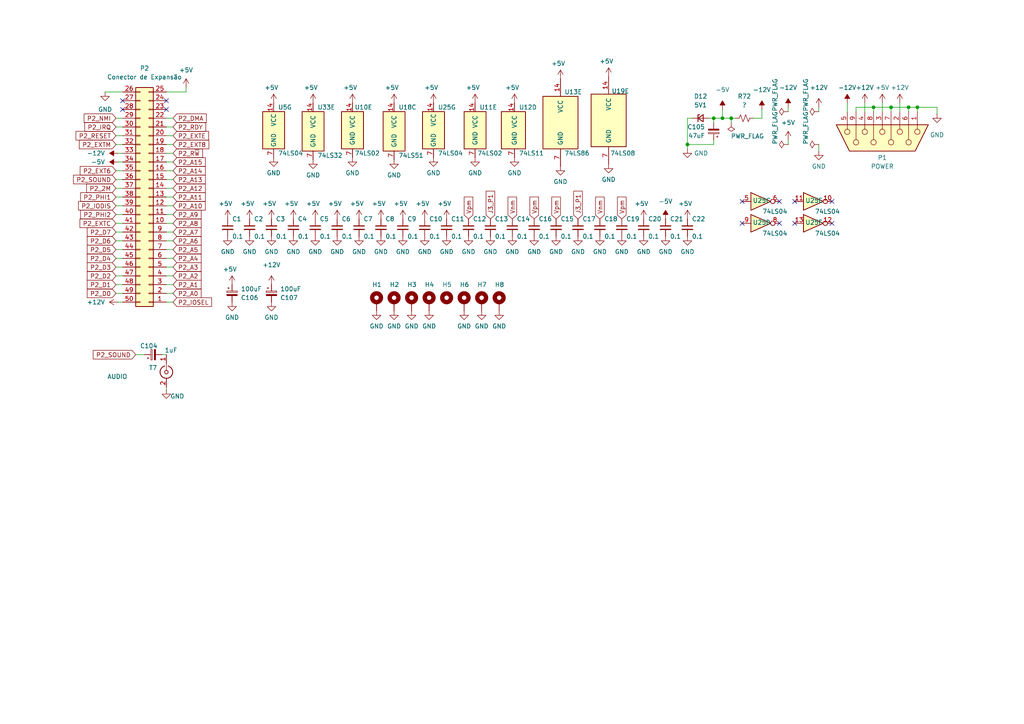
<source format=kicad_sch>
(kicad_sch (version 20230121) (generator eeschema)
  (paper "A4")
  (title_block (title "Microdigital - TK 2000") (date "2024-08-30") (rev "1") (company "Clemar Folly Jr. - https://www.x.com/clemarfolly") (comment 1 "Recriado Por") (comment 2 "https://github.com/clemarfolly/Microdigital-TK2000") (comment 3 "Disponível em") (comment 4 "Esquema Parte do Projeto RecriaBR"))
  (junction (at 263.525 31.115))
  (junction (at 212.09 34.29))
  (junction (at 266.065 31.115))
  (junction (at 209.55 34.29))
  (junction (at 199.39 41.91))
  (junction (at 258.445 31.115))
  (junction (at 253.365 31.115))
  (junction (at 207.01 34.29))
  (no_connect (at 241.3 64.77))
  (no_connect (at 215.265 58.42))
  (no_connect (at 230.505 64.77))
  (no_connect (at 48.26 31.75))
  (no_connect (at 48.26 29.21))
  (no_connect (at 226.06 58.42))
  (no_connect (at 241.3 58.42))
  (no_connect (at 226.06 64.77))
  (no_connect (at 35.56 31.75))
  (no_connect (at 35.56 29.21))
  (no_connect (at 230.505 58.42))
  (no_connect (at 215.265 64.77))
  (wire (pts (xy 33.655 62.23) (xy 35.56 62.23)))
  (wire (pts (xy 237.49 41.91) (xy 237.49 43.815)))
  (wire (pts (xy 48.26 112.395) (xy 48.26 113.03)))
  (wire (pts (xy 48.26 82.55) (xy 50.165 82.55)))
  (wire (pts (xy 212.09 34.29) (xy 213.36 34.29)))
  (wire (pts (xy 48.26 77.47) (xy 50.165 77.47)))
  (wire (pts (xy 33.655 34.29) (xy 35.56 34.29)))
  (wire (pts (xy 33.655 85.09) (xy 35.56 85.09)))
  (wire (pts (xy 48.26 57.15) (xy 50.165 57.15)))
  (wire (pts (xy 250.825 29.845) (xy 250.825 32.385)))
  (wire (pts (xy 33.655 82.55) (xy 35.56 82.55)))
  (wire (pts (xy 33.655 41.91) (xy 35.56 41.91)))
  (wire (pts (xy 263.525 31.115) (xy 263.525 32.385)))
  (wire (pts (xy 212.09 34.29) (xy 212.09 35.56)))
  (wire (pts (xy 220.98 34.29) (xy 220.98 31.75)))
  (wire (pts (xy 237.49 31.115) (xy 237.49 32.385)))
  (wire (pts (xy 207.01 34.29) (xy 207.01 35.56)))
  (wire (pts (xy 253.365 31.115) (xy 258.445 31.115)))
  (wire (pts (xy 33.655 59.69) (xy 35.56 59.69)))
  (wire (pts (xy 48.26 74.93) (xy 50.165 74.93)))
  (wire (pts (xy 248.285 32.385) (xy 248.285 31.115)))
  (wire (pts (xy 205.74 34.29) (xy 207.01 34.29)))
  (wire (pts (xy 53.975 25.4) (xy 53.975 26.67)))
  (wire (pts (xy 33.655 80.01) (xy 35.56 80.01)))
  (wire (pts (xy 218.44 34.29) (xy 220.98 34.29)))
  (wire (pts (xy 253.365 31.115) (xy 253.365 32.385)))
  (wire (pts (xy 34.29 87.63) (xy 35.56 87.63)))
  (wire (pts (xy 48.26 54.61) (xy 50.165 54.61)))
  (wire (pts (xy 48.26 69.85) (xy 50.165 69.85)))
  (wire (pts (xy 207.01 34.29) (xy 209.55 34.29)))
  (wire (pts (xy 228.6 40.64) (xy 228.6 41.91)))
  (wire (pts (xy 33.655 57.15) (xy 35.56 57.15)))
  (wire (pts (xy 48.26 44.45) (xy 50.165 44.45)))
  (wire (pts (xy 48.26 67.31) (xy 50.165 67.31)))
  (wire (pts (xy 33.655 77.47) (xy 35.56 77.47)))
  (wire (pts (xy 33.655 67.31) (xy 35.56 67.31)))
  (wire (pts (xy 33.655 69.85) (xy 35.56 69.85)))
  (wire (pts (xy 207.01 40.64) (xy 207.01 41.91)))
  (wire (pts (xy 245.745 29.845) (xy 245.745 32.385)))
  (wire (pts (xy 33.655 36.83) (xy 35.56 36.83)))
  (wire (pts (xy 48.26 52.07) (xy 50.165 52.07)))
  (wire (pts (xy 199.39 34.29) (xy 200.66 34.29)))
  (wire (pts (xy 48.26 39.37) (xy 50.165 39.37)))
  (wire (pts (xy 207.01 41.91) (xy 199.39 41.91)))
  (wire (pts (xy 255.905 29.845) (xy 255.905 32.385)))
  (wire (pts (xy 33.655 52.07) (xy 35.56 52.07)))
  (wire (pts (xy 209.55 34.29) (xy 212.09 34.29)))
  (wire (pts (xy 33.655 54.61) (xy 35.56 54.61)))
  (wire (pts (xy 48.26 87.63) (xy 50.165 87.63)))
  (wire (pts (xy 258.445 31.115) (xy 258.445 32.385)))
  (wire (pts (xy 199.39 41.91) (xy 199.39 34.29)))
  (wire (pts (xy 33.655 49.53) (xy 35.56 49.53)))
  (wire (pts (xy 199.39 43.18) (xy 199.39 41.91)))
  (wire (pts (xy 33.655 39.37) (xy 35.56 39.37)))
  (wire (pts (xy 30.48 26.67) (xy 35.56 26.67)))
  (wire (pts (xy 48.26 80.01) (xy 50.165 80.01)))
  (wire (pts (xy 209.55 31.75) (xy 209.55 34.29)))
  (wire (pts (xy 48.26 62.23) (xy 50.165 62.23)))
  (wire (pts (xy 34.29 46.99) (xy 35.56 46.99)))
  (wire (pts (xy 33.655 64.77) (xy 35.56 64.77)))
  (wire (pts (xy 48.26 85.09) (xy 50.165 85.09)))
  (wire (pts (xy 46.99 102.87) (xy 48.26 102.87)))
  (wire (pts (xy 48.26 64.77) (xy 50.165 64.77)))
  (wire (pts (xy 48.26 41.91) (xy 50.165 41.91)))
  (wire (pts (xy 266.065 31.115) (xy 271.78 31.115)))
  (wire (pts (xy 33.655 74.93) (xy 35.56 74.93)))
  (wire (pts (xy 48.26 26.67) (xy 53.975 26.67)))
  (wire (pts (xy 271.78 31.115) (xy 271.78 33.02)))
  (wire (pts (xy 48.26 72.39) (xy 50.165 72.39)))
  (wire (pts (xy 34.29 44.45) (xy 35.56 44.45)))
  (wire (pts (xy 48.26 46.99) (xy 50.165 46.99)))
  (wire (pts (xy 33.655 72.39) (xy 35.56 72.39)))
  (wire (pts (xy 48.26 59.69) (xy 50.165 59.69)))
  (wire (pts (xy 266.065 31.115) (xy 266.065 32.385)))
  (wire (pts (xy 258.445 31.115) (xy 263.525 31.115)))
  (wire (pts (xy 228.6 31.115) (xy 228.6 32.385)))
  (wire (pts (xy 260.985 29.845) (xy 260.985 32.385)))
  (wire (pts (xy 248.285 31.115) (xy 253.365 31.115)))
  (wire (pts (xy 48.26 49.53) (xy 50.165 49.53)))
  (wire (pts (xy 263.525 31.115) (xy 266.065 31.115)))
  (wire (pts (xy 39.37 102.87) (xy 41.91 102.87)))
  (wire (pts (xy 48.26 34.29) (xy 50.165 34.29)))
  (wire (pts (xy 48.26 36.83) (xy 50.165 36.83)))
  (global_label "P2_A3" (shape input) (at 50.165 77.47 0) (property "Intersheetrefs" "${INTERSHEET_REFS}" (effects hide)))
  (global_label "J3_P1" (shape input) (at 142.24 63.5 90) (property "Intersheetrefs" "${INTERSHEET_REFS}" (effects hide)))
  (global_label "P2_IODIS" (shape input) (at 33.655 59.69 180) (property "Intersheetrefs" "${INTERSHEET_REFS}" (effects hide)))
  (global_label "P2_A9" (shape input) (at 50.165 62.23 0) (property "Intersheetrefs" "${INTERSHEET_REFS}" (effects hide)))
  (global_label "P2_RDY" (shape input) (at 50.165 36.83 0) (property "Intersheetrefs" "${INTERSHEET_REFS}" (effects hide)))
  (global_label "P2_D3" (shape input) (at 33.655 77.47 180) (property "Intersheetrefs" "${INTERSHEET_REFS}" (effects hide)))
  (global_label "Vnm" (shape input) (at 148.59 63.5 90) (property "Intersheetrefs" "${INTERSHEET_REFS}" (effects hide)))
  (global_label "P2_D0" (shape input) (at 33.655 85.09 180) (property "Intersheetrefs" "${INTERSHEET_REFS}" (effects hide)))
  (global_label "Vpm" (shape input) (at 154.94 63.5 90) (property "Intersheetrefs" "${INTERSHEET_REFS}" (effects hide)))
  (global_label "P2_IOSEL" (shape input) (at 50.165 87.63 0) (property "Intersheetrefs" "${INTERSHEET_REFS}" (effects hide)))
  (global_label "Vpm" (shape input) (at 161.29 63.5 90) (property "Intersheetrefs" "${INTERSHEET_REFS}" (effects hide)))
  (global_label "P2_EXTC" (shape input) (at 33.655 64.77 180) (property "Intersheetrefs" "${INTERSHEET_REFS}" (effects hide)))
  (global_label "Vpm" (shape input) (at 135.89 63.5 90) (property "Intersheetrefs" "${INTERSHEET_REFS}" (effects hide)))
  (global_label "P2_D2" (shape input) (at 33.655 80.01 180) (property "Intersheetrefs" "${INTERSHEET_REFS}" (effects hide)))
  (global_label "P2_2M" (shape input) (at 33.655 54.61 180) (property "Intersheetrefs" "${INTERSHEET_REFS}" (effects hide)))
  (global_label "P2_PHI2" (shape input) (at 33.655 62.23 180) (property "Intersheetrefs" "${INTERSHEET_REFS}" (effects hide)))
  (global_label "P2_EXT6" (shape input) (at 33.655 49.53 180) (property "Intersheetrefs" "${INTERSHEET_REFS}" (effects hide)))
  (global_label "Vpm" (shape input) (at 180.34 63.5 90) (property "Intersheetrefs" "${INTERSHEET_REFS}" (effects hide)))
  (global_label "P2_PHI1" (shape input) (at 33.655 57.15 180) (property "Intersheetrefs" "${INTERSHEET_REFS}" (effects hide)))
  (global_label "P2_D4" (shape input) (at 33.655 74.93 180) (property "Intersheetrefs" "${INTERSHEET_REFS}" (effects hide)))
  (global_label "P2_RESET" (shape input) (at 33.655 39.37 180) (property "Intersheetrefs" "${INTERSHEET_REFS}" (effects hide)))
  (global_label "P2_D6" (shape input) (at 33.655 69.85 180) (property "Intersheetrefs" "${INTERSHEET_REFS}" (effects hide)))
  (global_label "J3_P1" (shape input) (at 167.64 63.5 90) (property "Intersheetrefs" "${INTERSHEET_REFS}" (effects hide)))
  (global_label "P2_A8" (shape input) (at 50.165 64.77 0) (property "Intersheetrefs" "${INTERSHEET_REFS}" (effects hide)))
  (global_label "P2_A13" (shape input) (at 50.165 52.07 0) (property "Intersheetrefs" "${INTERSHEET_REFS}" (effects hide)))
  (global_label "P2_IRQ" (shape input) (at 33.655 36.83 180) (property "Intersheetrefs" "${INTERSHEET_REFS}" (effects hide)))
  (global_label "P2_A5" (shape input) (at 50.165 72.39 0) (property "Intersheetrefs" "${INTERSHEET_REFS}" (effects hide)))
  (global_label "P2_A7" (shape input) (at 50.165 67.31 0) (property "Intersheetrefs" "${INTERSHEET_REFS}" (effects hide)))
  (global_label "P2_EXTM" (shape input) (at 33.655 41.91 180) (property "Intersheetrefs" "${INTERSHEET_REFS}" (effects hide)))
  (global_label "P2_A10" (shape input) (at 50.165 59.69 0) (property "Intersheetrefs" "${INTERSHEET_REFS}" (effects hide)))
  (global_label "P2_A6" (shape input) (at 50.165 69.85 0) (property "Intersheetrefs" "${INTERSHEET_REFS}" (effects hide)))
  (global_label "P2_A12" (shape input) (at 50.165 54.61 0) (property "Intersheetrefs" "${INTERSHEET_REFS}" (effects hide)))
  (global_label "P2_A14" (shape input) (at 50.165 49.53 0) (property "Intersheetrefs" "${INTERSHEET_REFS}" (effects hide)))
  (global_label "P2_SOUND" (shape input) (at 33.655 52.07 180) (property "Intersheetrefs" "${INTERSHEET_REFS}" (effects hide)))
  (global_label "P2_D1" (shape input) (at 33.655 82.55 180) (property "Intersheetrefs" "${INTERSHEET_REFS}" (effects hide)))
  (global_label "P2_SOUND" (shape input) (at 39.37 102.87 180) (property "Intersheetrefs" "${INTERSHEET_REFS}" (effects hide)))
  (global_label "P2_A1" (shape input) (at 50.165 82.55 0) (property "Intersheetrefs" "${INTERSHEET_REFS}" (effects hide)))
  (global_label "P2_A2" (shape input) (at 50.165 80.01 0) (property "Intersheetrefs" "${INTERSHEET_REFS}" (effects hide)))
  (global_label "P2_DMA" (shape input) (at 50.165 34.29 0) (property "Intersheetrefs" "${INTERSHEET_REFS}" (effects hide)))
  (global_label "P2_R~{W}" (shape input) (at 50.165 44.45 0) (property "Intersheetrefs" "${INTERSHEET_REFS}" (effects hide)))
  (global_label "Vnm" (shape input) (at 173.99 63.5 90) (property "Intersheetrefs" "${INTERSHEET_REFS}" (effects hide)))
  (global_label "P2_A11" (shape input) (at 50.165 57.15 0) (property "Intersheetrefs" "${INTERSHEET_REFS}" (effects hide)))
  (global_label "P2_A0" (shape input) (at 50.165 85.09 0) (property "Intersheetrefs" "${INTERSHEET_REFS}" (effects hide)))
  (global_label "P2_EXT8" (shape input) (at 50.165 41.91 0) (property "Intersheetrefs" "${INTERSHEET_REFS}" (effects hide)))
  (global_label "P2_D5" (shape input) (at 33.655 72.39 180) (property "Intersheetrefs" "${INTERSHEET_REFS}" (effects hide)))
  (global_label "P2_EXTE" (shape input) (at 50.165 39.37 0) (property "Intersheetrefs" "${INTERSHEET_REFS}" (effects hide)))
  (global_label "P2_D7" (shape input) (at 33.655 67.31 180) (property "Intersheetrefs" "${INTERSHEET_REFS}" (effects hide)))
  (global_label "P2_A4" (shape input) (at 50.165 74.93 0) (property "Intersheetrefs" "${INTERSHEET_REFS}" (effects hide)))
  (global_label "P2_NMI" (shape input) (at 33.655 34.29 180) (property "Intersheetrefs" "${INTERSHEET_REFS}" (effects hide)))
  (global_label "P2_A15" (shape input) (at 50.165 46.99 0) (property "Intersheetrefs" "${INTERSHEET_REFS}" (effects hide)))
  (symbol (lib_id "power:GND") (at 123.19 68.58 0) (unit 1)
    (property "Reference" "#PWR0315" (effects hide))
    (property "Value" "GND" (at 123.19 73.025 0))
  )
  (symbol (lib_id "power:-12V") (at 34.29 44.45 90) (unit 1)
    (property "Reference" "#PWR0182" (effects hide))
    (property "Value" "-12V" (at 30.48 44.4499 90) (effects (justify left)))
  )
  (symbol (lib_id "power:PWR_FLAG") (at 237.49 32.385 90) (unit 1)
    (property "Reference" "#FLG0104" (effects hide))
    (property "Value" "PWR_FLAG" (at 233.68 32.3849 0) (effects (justify left)))
  )
  (symbol (lib_id "Device:C_Polarized_Small") (at 44.45 102.87 90) (unit 1)
    (property "Reference" "C104" (at 45.72 100.33 90) (effects (justify left)))
    (property "Value" "1uF" (at 51.435 101.6 90) (effects (justify left)))
    (property "Footprint" "TK2000:C_Polarized_P5.00mm" (effects hide))
  )
  (symbol (lib_id "Connector_Generic:Conn_02x25_Counter_Clockwise") (at 43.18 57.15 180) (unit 1)
    (property "Reference" "P2" (at 41.91 19.812 0))
    (property "Value" "Conector de Expansão" (at 41.91 22.352 0))
    (property "Footprint" "TK2000:PinSocket_2x25_P2.54mm_Horizontal" (effects hide))
  )
  (symbol (lib_id "Device:C_Small") (at 173.99 66.04 0) (unit 1)
    (property "Reference" "C18" (at 175.26 63.5 0) (effects (justify left)))
    (property "Value" "0.1" (at 175.26 68.58 0) (effects (justify left)))
    (property "Footprint" "TK2000:C_Disc_D4.3mm_W1.9mm_P5.00mm" (effects hide))
  )
  (symbol (lib_id "power:GND") (at 180.34 68.58 0) (unit 1)
    (property "Reference" "#PWR0320" (effects hide))
    (property "Value" "GND" (at 180.34 73.025 0))
  )
  (symbol (lib_id "Device:C_Small") (at 142.24 66.04 0) (unit 1)
    (property "Reference" "C13" (at 143.51 63.5 0) (effects (justify left)))
    (property "Value" "0.1" (at 143.51 68.58 0) (effects (justify left)))
    (property "Footprint" "TK2000:C_Disc_D4.3mm_W1.9mm_P5.00mm" (effects hide))
  )
  (symbol (lib_id "power:+12V") (at 237.49 31.115 0) (unit 1)
    (property "Reference" "#PWR0291" (effects hide))
    (property "Value" "+12V" (at 237.49 25.4 0))
  )
  (symbol (lib_id "TK2000:74LS04_U5") (at 236.855 64.77 0) (unit 6)
    (property "Reference" "U25" (at 233.553 64.516 0) (effects (justify left)))
    (property "Value" "74LS04" (at 236.347 67.691 0) (effects (justify left)))
    (property "Footprint" "Package_DIP:DIP-14_W7.62mm" (effects hide))
    (property "Datasheet" "http://www.ti.com/lit/gpn/sn74LS04" (effects hide))
  )
  (symbol (lib_id "power:GND") (at 30.48 26.67 0) (unit 1)
    (property "Reference" "#PWR0136" (effects hide))
    (property "Value" "GND" (at 30.48 31.75 0))
  )
  (symbol (lib_id "TK2000:74LS04_U5") (at 221.615 58.42 0) (unit 3)
    (property "Reference" "U25" (at 218.313 58.166 0) (effects (justify left)))
    (property "Value" "74LS04" (at 221.107 61.341 0) (effects (justify left)))
    (property "Footprint" "Package_DIP:DIP-14_W7.62mm" (effects hide))
    (property "Datasheet" "http://www.ti.com/lit/gpn/sn74LS04" (effects hide))
  )
  (symbol (lib_id "power:+5V") (at 66.04 63.5 0) (unit 1)
    (property "Reference" "#PWR0304" (effects hide))
    (property "Value" "+5V" (at 65.405 59.055 0))
  )
  (symbol (lib_id "power:GND") (at 102.235 45.72 0) (unit 1)
    (property "Reference" "#PWR0212" (effects hide))
    (property "Value" "GND" (at 102.235 50.165 0))
  )
  (symbol (lib_id "TK2000:74LS02_U11") (at 102.235 37.465 0) (unit 5)
    (property "Reference" "U10" (at 102.87 31.115 0) (effects (justify left)))
    (property "Value" "74LS02" (at 102.87 44.45 0) (effects (justify left)))
    (property "Footprint" "Package_DIP:DIP-14_W7.62mm" (effects hide))
    (property "Datasheet" "http://www.ti.com/lit/gpn/sn74ls02" (effects hide))
  )
  (symbol (lib_id "Mechanical:MountingHole_Pad") (at 134.62 87.63 0) (unit 1)
    (property "Reference" "H6" (at 133.35 82.55 0) (effects (justify left)))
    (property "Value" "MountingHole_Pad" (effects hide))
    (property "Footprint" "TK2000:MountingHole_2.7mm_Pad" (effects hide))
  )
  (symbol (lib_id "power:GND") (at 124.46 90.17 0) (unit 1)
    (property "Reference" "#PWR04" (effects hide))
    (property "Value" "GND" (at 124.46 94.615 0))
  )
  (symbol (lib_id "power:GND") (at 66.04 68.58 0) (unit 1)
    (property "Reference" "#PWR0305" (effects hide))
    (property "Value" "GND" (at 66.04 73.025 0))
  )
  (symbol (lib_id "power:+5V") (at 67.31 82.55 0) (unit 1)
    (property "Reference" "#PWR0332" (effects hide))
    (property "Value" "+5V" (at 66.675 78.105 0))
  )
  (symbol (lib_id "power:GND") (at 167.64 68.58 0) (unit 1)
    (property "Reference" "#PWR0323" (effects hide))
    (property "Value" "GND" (at 167.64 73.025 0))
  )
  (symbol (lib_id "TK2000:74LS04_U5") (at 79.375 38.1 0) (unit 7)
    (property "Reference" "U5" (at 80.645 31.115 0) (effects (justify left)))
    (property "Value" "74LS04" (at 80.645 44.45 0) (effects (justify left)))
    (property "Footprint" "Package_DIP:DIP-14_W7.62mm" (effects hide))
    (property "Datasheet" "http://www.ti.com/lit/gpn/sn74LS04" (effects hide))
  )
  (symbol (lib_id "power:GND") (at 199.39 43.18 0) (unit 1)
    (property "Reference" "#PWR0286" (effects hide))
    (property "Value" "GND" (at 201.295 44.4499 0) (effects (justify left)))
  )
  (symbol (lib_id "power:+5V") (at 102.235 29.845 0) (unit 1)
    (property "Reference" "#PWR0211" (effects hide))
    (property "Value" "+5V" (at 101.6 25.4 0))
  )
  (symbol (lib_id "power:-5V") (at 193.04 63.5 0) (unit 1)
    (property "Reference" "#PWR0328" (effects hide))
    (property "Value" "-5V" (at 193.04 58.42 0))
  )
  (symbol (lib_id "Connector:DE9_Receptacle") (at 255.905 40.005 270) (unit 1)
    (property "Reference" "P1" (at 255.905 45.72 90))
    (property "Value" "POWER" (at 255.905 48.26 90))
    (property "Footprint" "Connector_Dsub:DSUB-9_Male_Horizontal_P2.77x2.54mm_EdgePinOffset9.40mm" (effects hide))
    (property "Datasheet" " ~" (effects hide))
  )
  (symbol (lib_id "74xx:74LS86") (at 162.56 35.56 0) (unit 5)
    (property "Reference" "U13" (at 163.703 26.67 0) (effects (justify left)))
    (property "Value" "74LS86" (at 163.703 44.45 0) (effects (justify left)))
    (property "Footprint" "Package_DIP:DIP-14_W7.62mm" (effects hide))
    (property "Datasheet" "74xx/74ls86.pdf" (effects hide))
  )
  (symbol (lib_id "power:+5V") (at 199.39 63.5 0) (unit 1)
    (property "Reference" "#PWR0331" (effects hide))
    (property "Value" "+5V" (at 198.755 59.055 0))
  )
  (symbol (lib_id "TK2000:74LS11_U12") (at 149.225 37.465 0) (unit 4)
    (property "Reference" "U12" (at 150.495 31.115 0) (effects (justify left)))
    (property "Value" "74LS11" (at 150.495 44.45 0) (effects (justify left)))
    (property "Footprint" "Package_DIP:DIP-14_W7.62mm" (effects hide))
    (property "Datasheet" "http://www.ti.com/lit/gpn/sn74LS11" (effects hide))
  )
  (symbol (lib_id "power:GND") (at 125.73 45.72 0) (unit 1)
    (property "Reference" "#PWR0233" (effects hide))
    (property "Value" "GND" (at 125.73 50.165 0))
  )
  (symbol (lib_id "power:GND") (at 142.24 68.58 0) (unit 1)
    (property "Reference" "#PWR0324" (effects hide))
    (property "Value" "GND" (at 142.24 73.025 0))
  )
  (symbol (lib_id "power:-12V") (at 220.98 31.75 0) (unit 1)
    (property "Reference" "#PWR0288" (effects hide))
    (property "Value" "-12V" (at 220.98 26.035 0))
  )
  (symbol (lib_id "power:GND") (at 78.74 87.63 0) (unit 1)
    (property "Reference" "#PWR0335" (effects hide))
    (property "Value" "GND" (at 78.74 92.075 0))
  )
  (symbol (lib_id "power:+5V") (at 149.225 29.845 0) (unit 1)
    (property "Reference" "#PWR0236" (effects hide))
    (property "Value" "+5V" (at 148.59 25.4 0))
  )
  (symbol (lib_id "power:+5V") (at 129.54 63.5 0) (unit 1)
    (property "Reference" "#PWR0317" (effects hide))
    (property "Value" "+5V" (at 128.905 59.055 0))
  )
  (symbol (lib_id "power:+5V") (at 85.09 63.5 0) (unit 1)
    (property "Reference" "#PWR0299" (effects hide))
    (property "Value" "+5V" (at 84.455 59.055 0))
  )
  (symbol (lib_id "power:GND") (at 67.31 87.63 0) (unit 1)
    (property "Reference" "#PWR0333" (effects hide))
    (property "Value" "GND" (at 67.31 92.075 0))
  )
  (symbol (lib_id "Mechanical:MountingHole_Pad") (at 144.78 87.63 0) (unit 1)
    (property "Reference" "H8" (at 143.51 82.55 0) (effects (justify left)))
    (property "Value" "MountingHole_Pad" (effects hide))
    (property "Footprint" "MountingHole:MountingHole_2.7mm_Pad" (effects hide))
  )
  (symbol (lib_id "power:GND") (at 114.3 46.355 0) (unit 1)
    (property "Reference" "#PWR0214" (effects hide))
    (property "Value" "GND" (at 114.3 50.8 0))
  )
  (symbol (lib_id "Device:C_Small") (at 66.04 66.04 0) (unit 1)
    (property "Reference" "C1" (at 67.31 63.5 0) (effects (justify left)))
    (property "Value" "0.1" (at 67.31 68.58 0) (effects (justify left)))
    (property "Footprint" "TK2000:C_Disc_D4.3mm_W1.9mm_P5.00mm" (effects hide))
  )
  (symbol (lib_id "power:-5V") (at 34.29 46.99 90) (unit 1)
    (property "Reference" "#PWR0194" (effects hide))
    (property "Value" "-5V" (at 30.48 46.9899 90) (effects (justify left)))
  )
  (symbol (lib_id "power:GND") (at 173.99 68.58 0) (unit 1)
    (property "Reference" "#PWR0319" (effects hide))
    (property "Value" "GND" (at 173.99 73.025 0))
  )
  (symbol (lib_id "Device:C_Small") (at 167.64 66.04 0) (unit 1)
    (property "Reference" "C17" (at 168.91 63.5 0) (effects (justify left)))
    (property "Value" "0.1" (at 168.91 68.58 0) (effects (justify left)))
    (property "Footprint" "TK2000:C_Disc_D4.3mm_W1.9mm_P5.00mm" (effects hide))
  )
  (symbol (lib_id "power:+12V") (at 260.985 29.845 0) (unit 1)
    (property "Reference" "#PWR0296" (effects hide))
    (property "Value" "+12V" (at 260.985 25.4 0))
  )
  (symbol (lib_id "TK2000:74LS08_U19") (at 176.53 34.925 0) (unit 5)
    (property "Reference" "U19" (at 182.499 26.416 0) (effects (justify right)))
    (property "Value" "74LS08" (at 184.277 44.45 0) (effects (justify right)))
    (property "Footprint" "Package_DIP:DIP-14_W7.62mm" (effects hide))
    (property "Datasheet" "http://www.ti.com/lit/gpn/sn74LS08" (effects hide))
  )
  (symbol (lib_id "power:GND") (at 149.225 45.72 0) (unit 1)
    (property "Reference" "#PWR0281" (effects hide))
    (property "Value" "GND" (at 149.225 50.165 0))
  )
  (symbol (lib_id "power:GND") (at 139.7 90.17 0) (unit 1)
    (property "Reference" "#PWR07" (effects hide))
    (property "Value" "GND" (at 139.7 94.615 0))
  )
  (symbol (lib_id "Mechanical:MountingHole_Pad") (at 119.38 87.63 0) (unit 1)
    (property "Reference" "H3" (at 118.11 82.55 0) (effects (justify left)))
    (property "Value" "MountingHole_Pad" (effects hide))
    (property "Footprint" "MountingHole:MountingHole_3.5mm_Pad" (effects hide))
  )
  (symbol (lib_id "power:GND") (at 135.89 68.58 0) (unit 1)
    (property "Reference" "#PWR0318" (effects hide))
    (property "Value" "GND" (at 135.89 73.025 0))
  )
  (symbol (lib_id "power:GND") (at 79.375 45.72 0) (unit 1)
    (property "Reference" "#PWR0208" (effects hide))
    (property "Value" "GND" (at 79.375 50.165 0))
  )
  (symbol (lib_id "power:GND") (at 237.49 43.815 0) (unit 1)
    (property "Reference" "#PWR0292" (effects hide))
    (property "Value" "GND" (at 237.49 48.26 0))
  )
  (symbol (lib_id "power:+5V") (at 228.6 40.64 0) (unit 1)
    (property "Reference" "#PWR0290" (effects hide))
    (property "Value" "+5V" (at 228.6 35.56 0))
  )
  (symbol (lib_id "Device:C_Small") (at 154.94 66.04 0) (unit 1)
    (property "Reference" "C16" (at 156.21 63.5 0) (effects (justify left)))
    (property "Value" "0.1" (at 156.21 68.58 0) (effects (justify left)))
    (property "Footprint" "TK2000:C_Disc_D4.3mm_W1.9mm_P5.00mm" (effects hide))
  )
  (symbol (lib_id "Mechanical:MountingHole_Pad") (at 139.7 87.63 0) (unit 1)
    (property "Reference" "H7" (at 138.43 82.55 0) (effects (justify left)))
    (property "Value" "MountingHole_Pad" (effects hide))
    (property "Footprint" "TK2000:MountingHole_2.7mm_Pad" (effects hide))
  )
  (symbol (lib_id "power:+5V") (at 91.44 63.5 0) (unit 1)
    (property "Reference" "#PWR0301" (effects hide))
    (property "Value" "+5V" (at 90.805 59.055 0))
  )
  (symbol (lib_id "power:+5V") (at 123.19 63.5 0) (unit 1)
    (property "Reference" "#PWR0314" (effects hide))
    (property "Value" "+5V" (at 122.555 59.055 0))
  )
  (symbol (lib_id "power:+5V") (at 97.79 63.5 0) (unit 1)
    (property "Reference" "#PWR0302" (effects hide))
    (property "Value" "+5V" (at 97.155 59.055 0))
  )
  (symbol (lib_id "power:GND") (at 129.54 68.58 0) (unit 1)
    (property "Reference" "#PWR0316" (effects hide))
    (property "Value" "GND" (at 129.54 73.025 0))
  )
  (symbol (lib_id "TK2000:74LS02_U11") (at 137.795 37.465 0) (unit 5)
    (property "Reference" "U11" (at 139.065 31.115 0) (effects (justify left)))
    (property "Value" "74LS02" (at 138.43 44.45 0) (effects (justify left)))
    (property "Footprint" "Package_DIP:DIP-14_W7.62mm" (effects hide))
    (property "Datasheet" "http://www.ti.com/lit/gpn/sn74ls02" (effects hide))
  )
  (symbol (lib_id "power:GND") (at 90.805 46.355 0) (unit 1)
    (property "Reference" "#PWR0210" (effects hide))
    (property "Value" "GND" (at 90.805 50.8 0))
  )
  (symbol (lib_id "power:GND") (at 137.795 45.72 0) (unit 1)
    (property "Reference" "#PWR0235" (effects hide))
    (property "Value" "GND" (at 137.795 50.165 0))
  )
  (symbol (lib_id "power:+5V") (at 114.3 29.845 0) (unit 1)
    (property "Reference" "#PWR0213" (effects hide))
    (property "Value" "+5V" (at 113.665 25.4 0))
  )
  (symbol (lib_id "power:GND") (at 116.84 68.58 0) (unit 1)
    (property "Reference" "#PWR0312" (effects hide))
    (property "Value" "GND" (at 116.84 73.025 0))
  )
  (symbol (lib_id "power:GND") (at 97.79 68.58 0) (unit 1)
    (property "Reference" "#PWR0303" (effects hide))
    (property "Value" "GND" (at 97.79 73.025 0))
  )
  (symbol (lib_id "power:PWR_FLAG") (at 212.09 35.56 180) (unit 1)
    (property "Reference" "#FLG0101" (effects hide))
    (property "Value" "PWR_FLAG" (at 216.789 39.497 0))
  )
  (symbol (lib_id "power:+5V") (at 162.56 22.86 0) (unit 1)
    (property "Reference" "#PWR0282" (effects hide))
    (property "Value" "+5V" (at 161.925 18.415 0))
  )
  (symbol (lib_id "Device:C_Small") (at 123.19 66.04 0) (unit 1)
    (property "Reference" "C10" (at 124.46 63.5 0) (effects (justify left)))
    (property "Value" "0.1" (at 124.46 68.58 0) (effects (justify left)))
    (property "Footprint" "TK2000:C_Disc_D4.3mm_W1.9mm_P5.00mm" (effects hide))
  )
  (symbol (lib_id "power:+5V") (at 255.905 29.845 0) (unit 1)
    (property "Reference" "#PWR0295" (effects hide))
    (property "Value" "+5V" (at 255.905 25.4 0))
  )
  (symbol (lib_id "power:GND") (at 144.78 90.17 0) (unit 1)
    (property "Reference" "#PWR08" (effects hide))
    (property "Value" "GND" (at 144.78 94.615 0))
  )
  (symbol (lib_id "Device:R_Small_US") (at 215.9 34.29 90) (unit 1)
    (property "Reference" "R72" (at 215.9 27.94 90))
    (property "Value" "?" (at 215.9 30.48 90))
    (property "Footprint" "TK2000:Resistor_P12.7mm_Horizontal" (effects hide))
  )
  (symbol (lib_id "power:GND") (at 199.39 68.58 0) (unit 1)
    (property "Reference" "#PWR0330" (effects hide))
    (property "Value" "GND" (at 199.39 73.025 0))
  )
  (symbol (lib_id "Device:C_Small") (at 186.69 66.04 0) (unit 1)
    (property "Reference" "C20" (at 187.96 63.5 0) (effects (justify left)))
    (property "Value" "0.1" (at 187.96 68.58 0) (effects (justify left)))
    (property "Footprint" "TK2000:C_Disc_D4.3mm_W1.9mm_P5.00mm" (effects hide))
  )
  (symbol (lib_id "power:GND") (at 134.62 90.17 0) (unit 1)
    (property "Reference" "#PWR06" (effects hide))
    (property "Value" "GND" (at 134.62 94.615 0))
  )
  (symbol (lib_id "TK2000:74LS04_U5") (at 236.855 58.42 0) (unit 5)
    (property "Reference" "U25" (at 233.553 58.166 0) (effects (justify left)))
    (property "Value" "74LS04" (at 236.347 61.341 0) (effects (justify left)))
    (property "Footprint" "Package_DIP:DIP-14_W7.62mm" (effects hide))
    (property "Datasheet" "http://www.ti.com/lit/gpn/sn74LS04" (effects hide))
  )
  (symbol (lib_id "power:-12V") (at 228.6 31.115 0) (unit 1)
    (property "Reference" "#PWR0289" (effects hide))
    (property "Value" "-12V" (at 228.6 25.4 0))
  )
  (symbol (lib_id "power:GND") (at 119.38 90.17 0) (unit 1)
    (property "Reference" "#PWR03" (effects hide))
    (property "Value" "GND" (at 119.38 94.615 0))
  )
  (symbol (lib_id "power:GND") (at 78.74 68.58 0) (unit 1)
    (property "Reference" "#PWR0309" (effects hide))
    (property "Value" "GND" (at 78.74 73.025 0))
  )
  (symbol (lib_id "power:+5V") (at 186.69 63.5 0) (unit 1)
    (property "Reference" "#PWR0325" (effects hide))
    (property "Value" "+5V" (at 186.055 59.055 0))
  )
  (symbol (lib_id "power:GND") (at 104.14 68.58 0) (unit 1)
    (property "Reference" "#PWR0206" (effects hide))
    (property "Value" "GND" (at 104.14 73.025 0))
  )
  (symbol (lib_id "Device:C_Small") (at 193.04 66.04 0) (unit 1)
    (property "Reference" "C21" (at 194.31 63.5 0) (effects (justify left)))
    (property "Value" "0.1" (at 194.31 68.58 0) (effects (justify left)))
    (property "Footprint" "TK2000:C_Disc_D4.3mm_W1.9mm_P5.00mm" (effects hide))
  )
  (symbol (lib_id "TK2000:74LS32_U33") (at 90.805 38.1 0) (unit 5)
    (property "Reference" "U33" (at 92.075 31.115 0) (effects (justify left)))
    (property "Value" "74LS32" (at 92.075 45.085 0) (effects (justify left)))
    (property "Footprint" "Package_DIP:DIP-14_W7.62mm" (effects hide))
    (property "Datasheet" "http://www.ti.com/lit/gpn/sn74LS32" (effects hide))
  )
  (symbol (lib_id "power:+5V") (at 104.14 63.5 0) (unit 1)
    (property "Reference" "#PWR0205" (effects hide))
    (property "Value" "+5V" (at 103.505 59.055 0))
  )
  (symbol (lib_id "Device:C_Small") (at 104.14 66.04 0) (unit 1)
    (property "Reference" "C7" (at 105.41 63.5 0) (effects (justify left)))
    (property "Value" "0.1" (at 105.41 68.58 0) (effects (justify left)))
    (property "Footprint" "TK2000:C_Disc_D4.3mm_W1.9mm_P5.00mm" (effects hide))
  )
  (symbol (lib_id "Mechanical:MountingHole_Pad") (at 124.46 87.63 0) (unit 1)
    (property "Reference" "H4" (at 123.19 82.55 0) (effects (justify left)))
    (property "Value" "MountingHole_Pad" (effects hide))
    (property "Footprint" "TK2000:MountingHole_2.7mm_Pad" (effects hide))
  )
  (symbol (lib_id "TK2000:74LS04_U5") (at 221.615 64.77 0) (unit 4)
    (property "Reference" "U25" (at 218.313 64.516 0) (effects (justify left)))
    (property "Value" "74LS04" (at 221.107 67.691 0) (effects (justify left)))
    (property "Footprint" "Package_DIP:DIP-14_W7.62mm" (effects hide))
    (property "Datasheet" "http://www.ti.com/lit/gpn/sn74LS04" (effects hide))
  )
  (symbol (lib_id "Device:C_Polarized_Small") (at 67.31 85.09 0) (unit 1)
    (property "Reference" "C106" (at 69.85 86.36 0) (effects (justify left)))
    (property "Value" "100uF" (at 69.85 83.82 0) (effects (justify left)))
    (property "Footprint" "TK2000:C_Polarized_P10.00mm" (effects hide))
  )
  (symbol (lib_id "Device:C_Small") (at 199.39 66.04 0) (unit 1)
    (property "Reference" "C22" (at 200.66 63.5 0) (effects (justify left)))
    (property "Value" "0.1" (at 200.66 68.58 0) (effects (justify left)))
    (property "Footprint" "TK2000:C_Disc_D4.3mm_W1.9mm_P5.00mm" (effects hide))
  )
  (symbol (lib_id "Device:C_Small") (at 78.74 66.04 0) (unit 1)
    (property "Reference" "C3" (at 80.01 63.5 0) (effects (justify left)))
    (property "Value" "0.1" (at 80.01 68.58 0) (effects (justify left)))
    (property "Footprint" "TK2000:C_Disc_D4.3mm_W1.9mm_P5.00mm" (effects hide))
  )
  (symbol (lib_id "power:GND") (at 148.59 68.58 0) (unit 1)
    (property "Reference" "#PWR0327" (effects hide))
    (property "Value" "GND" (at 148.59 73.025 0))
  )
  (symbol (lib_id "power:+5V") (at 72.39 63.5 0) (unit 1)
    (property "Reference" "#PWR0306" (effects hide))
    (property "Value" "+5V" (at 71.755 59.055 0))
  )
  (symbol (lib_id "Device:C_Small") (at 72.39 66.04 0) (unit 1)
    (property "Reference" "C2" (at 73.66 63.5 0) (effects (justify left)))
    (property "Value" "0.1" (at 73.66 68.58 0) (effects (justify left)))
    (property "Footprint" "TK2000:C_Disc_D4.3mm_W1.9mm_P5.00mm" (effects hide))
  )
  (symbol (lib_id "power:+5V") (at 110.49 63.5 0) (unit 1)
    (property "Reference" "#PWR0310" (effects hide))
    (property "Value" "+5V" (at 109.855 59.055 0))
  )
  (symbol (lib_id "power:+5V") (at 176.53 22.225 0) (unit 1)
    (property "Reference" "#PWR0284" (effects hide))
    (property "Value" "+5V" (at 175.895 17.78 0))
  )
  (symbol (lib_id "Device:C_Small") (at 180.34 66.04 0) (unit 1)
    (property "Reference" "C19" (at 181.61 63.5 0) (effects (justify left)))
    (property "Value" "0.1" (at 181.61 68.58 0) (effects (justify left)))
    (property "Footprint" "TK2000:C_Disc_D4.3mm_W1.9mm_P5.00mm" (effects hide))
  )
  (symbol (lib_id "power:GND") (at 72.39 68.58 0) (unit 1)
    (property "Reference" "#PWR0307" (effects hide))
    (property "Value" "GND" (at 72.39 73.025 0))
  )
  (symbol (lib_id "power:GND") (at 85.09 68.58 0) (unit 1)
    (property "Reference" "#PWR0298" (effects hide))
    (property "Value" "GND" (at 85.09 73.025 0))
  )
  (symbol (lib_id "power:GND") (at 154.94 68.58 0) (unit 1)
    (property "Reference" "#PWR0329" (effects hide))
    (property "Value" "GND" (at 154.94 73.025 0))
  )
  (symbol (lib_id "power:+5V") (at 137.795 29.845 0) (unit 1)
    (property "Reference" "#PWR0234" (effects hide))
    (property "Value" "+5V" (at 137.16 25.4 0))
  )
  (symbol (lib_id "power:GND") (at 162.56 48.26 0) (unit 1)
    (property "Reference" "#PWR0283" (effects hide))
    (property "Value" "GND" (at 162.56 52.705 0))
  )
  (symbol (lib_id "power:+5V") (at 79.375 29.845 0) (unit 1)
    (property "Reference" "#PWR0207" (effects hide))
    (property "Value" "+5V" (at 78.74 25.4 0))
  )
  (symbol (lib_id "power:-5V") (at 209.55 31.75 0) (unit 1)
    (property "Reference" "#PWR0287" (effects hide))
    (property "Value" "-5V" (at 209.55 26.035 0))
  )
  (symbol (lib_id "TK2000:74LS51_U18") (at 114.3 38.1 0) (unit 3)
    (property "Reference" "U18" (at 115.57 31.115 0) (effects (justify left)))
    (property "Value" "74LS51" (at 115.57 45.085 0) (effects (justify left)))
    (property "Footprint" "Package_DIP:DIP-14_W7.62mm" (effects hide))
    (property "Datasheet" "http://www.ti.com/lit/ds/symlink/sn74ls51.pdf" (effects hide))
  )
  (symbol (lib_id "TK2000:74LS04_U5") (at 125.73 38.1 0) (unit 7)
    (property "Reference" "U25" (at 127 31.115 0) (effects (justify left)))
    (property "Value" "74LS04" (at 127 44.45 0) (effects (justify left)))
    (property "Footprint" "Package_DIP:DIP-14_W7.62mm" (effects hide))
    (property "Datasheet" "http://www.ti.com/lit/gpn/sn74LS04" (effects hide))
  )
  (symbol (lib_id "Device:C_Small") (at 135.89 66.04 0) (unit 1)
    (property "Reference" "C12" (at 137.16 63.5 0) (effects (justify left)))
    (property "Value" "0.1" (at 137.16 68.58 0) (effects (justify left)))
    (property "Footprint" "TK2000:C_Disc_D4.3mm_W1.9mm_P5.00mm" (effects hide))
  )
  (symbol (lib_id "power:PWR_FLAG") (at 228.6 32.385 90) (unit 1)
    (property "Reference" "#FLG0102" (effects hide))
    (property "Value" "PWR_FLAG" (at 224.79 32.3849 0) (effects (justify left)))
  )
  (symbol (lib_id "power:+5V") (at 125.73 29.845 0) (unit 1)
    (property "Reference" "#PWR0232" (effects hide))
    (property "Value" "+5V" (at 125.095 25.4 0))
  )
  (symbol (lib_id "Device:C_Small") (at 97.79 66.04 0) (unit 1)
    (property "Reference" "C6" (at 99.06 63.5 0) (effects (justify left)))
    (property "Value" "0.1" (at 99.06 68.58 0) (effects (justify left)))
    (property "Footprint" "TK2000:C_Disc_D4.3mm_W1.9mm_P5.00mm" (effects hide))
  )
  (symbol (lib_id "power:-12V") (at 245.745 29.845 0) (unit 1)
    (property "Reference" "#PWR0293" (effects hide))
    (property "Value" "-12V" (at 245.745 25.4 0))
  )
  (symbol (lib_id "power:+12V") (at 78.74 82.55 0) (unit 1)
    (property "Reference" "#PWR0334" (effects hide))
    (property "Value" "+12V" (at 78.74 76.835 0))
  )
  (symbol (lib_id "power:GND") (at 48.26 113.03 0) (unit 1)
    (property "Reference" "#PWR0196" (effects hide))
    (property "Value" "GND" (at 51.435 114.935 0))
  )
  (symbol (lib_id "power:GND") (at 186.69 68.58 0) (unit 1)
    (property "Reference" "#PWR0322" (effects hide))
    (property "Value" "GND" (at 186.69 73.025 0))
  )
  (symbol (lib_id "power:GND") (at 271.78 33.02 0) (unit 1)
    (property "Reference" "#PWR0297" (effects hide))
    (property "Value" "GND" (at 271.78 39.1414 0))
  )
  (symbol (lib_id "power:GND") (at 161.29 68.58 0) (unit 1)
    (property "Reference" "#PWR0321" (effects hide))
    (property "Value" "GND" (at 161.29 73.025 0))
  )
  (symbol (lib_id "power:+12V") (at 34.29 87.63 90) (unit 1)
    (property "Reference" "#PWR0195" (effects hide))
    (property "Value" "+12V" (at 30.48 87.6299 90) (effects (justify left)))
  )
  (symbol (lib_id "power:PWR_FLAG") (at 228.6 41.91 90) (unit 1)
    (property "Reference" "#FLG0103" (effects hide))
    (property "Value" "PWR_FLAG" (at 224.79 41.9099 0) (effects (justify left)))
  )
  (symbol (lib_id "Mechanical:MountingHole") (at 129.54 86.36 0) (unit 1)
    (property "Reference" "H5" (at 128.27 82.55 0) (effects (justify left)))
    (property "Value" "MountingHole_Pad" (effects hide))
    (property "Footprint" "TK2000:MountingHole_2.7mm" (effects hide))
  )
  (symbol (lib_id "power:+5V") (at 78.74 63.5 0) (unit 1)
    (property "Reference" "#PWR0308" (effects hide))
    (property "Value" "+5V" (at 78.105 59.055 0))
  )
  (symbol (lib_id "Device:C_Polarized_Small") (at 207.01 38.1 180) (unit 1)
    (property "Reference" "C105" (at 204.47 36.83 0) (effects (justify left)))
    (property "Value" "47uF" (at 204.47 39.37 0) (effects (justify left)))
    (property "Footprint" "TK2000:C_Polarized_P5.00mm" (effects hide))
  )
  (symbol (lib_id "power:GND") (at 110.49 68.58 0) (unit 1)
    (property "Reference" "#PWR0311" (effects hide))
    (property "Value" "GND" (at 110.49 73.025 0))
  )
  (symbol (lib_id "Device:C_Small") (at 161.29 66.04 0) (unit 1)
    (property "Reference" "C15" (at 162.56 63.5 0) (effects (justify left)))
    (property "Value" "0.1" (at 162.56 68.58 0) (effects (justify left)))
    (property "Footprint" "TK2000:C_Disc_D4.3mm_W1.9mm_P5.00mm" (effects hide))
  )
  (symbol (lib_id "Device:C_Small") (at 116.84 66.04 0) (unit 1)
    (property "Reference" "C9" (at 118.11 63.5 0) (effects (justify left)))
    (property "Value" "0.1" (at 118.11 68.58 0) (effects (justify left)))
    (property "Footprint" "TK2000:C_Disc_D4.3mm_W1.9mm_P5.00mm" (effects hide))
  )
  (symbol (lib_id "Mechanical:MountingHole_Pad") (at 109.22 87.63 0) (unit 1)
    (property "Reference" "H1" (at 107.95 82.55 0) (effects (justify left)))
    (property "Value" "MountingHole_Pad" (effects hide))
    (property "Footprint" "MountingHole:MountingHole_3.5mm_Pad" (effects hide))
  )
  (symbol (lib_id "Device:D_Zener_Small") (at 203.2 34.29 0) (unit 1)
    (property "Reference" "D12" (at 203.2 27.94 0))
    (property "Value" "5V1" (at 203.2 30.48 0))
    (property "Footprint" "TK2000:Diodo_9.38mm" (effects hide))
  )
  (symbol (lib_id "power:GND") (at 193.04 68.58 0) (unit 1)
    (property "Reference" "#PWR0326" (effects hide))
    (property "Value" "GND" (at 193.04 73.025 0))
  )
  (symbol (lib_id "power:GND") (at 114.3 90.17 0) (unit 1)
    (property "Reference" "#PWR02" (effects hide))
    (property "Value" "GND" (at 114.3 94.615 0))
  )
  (symbol (lib_id "Device:C_Small") (at 148.59 66.04 0) (unit 1)
    (property "Reference" "C14" (at 149.86 63.5 0) (effects (justify left)))
    (property "Value" "0.1" (at 149.86 68.58 0) (effects (justify left)))
    (property "Footprint" "TK2000:C_Disc_D4.3mm_W1.9mm_P5.00mm" (effects hide))
  )
  (symbol (lib_id "Device:C_Small") (at 91.44 66.04 0) (unit 1)
    (property "Reference" "C5" (at 92.71 63.5 0) (effects (justify left)))
    (property "Value" "0.1" (at 92.71 68.58 0) (effects (justify left)))
    (property "Footprint" "TK2000:C_Disc_D4.3mm_W1.9mm_P5.00mm" (effects hide))
  )
  (symbol (lib_id "Device:C_Polarized_Small") (at 78.74 85.09 0) (unit 1)
    (property "Reference" "C107" (at 81.28 86.36 0) (effects (justify left)))
    (property "Value" "100uF" (at 81.28 83.82 0) (effects (justify left)))
    (property "Footprint" "TK2000:C_Polarized_P10.00mm" (effects hide))
  )
  (symbol (lib_id "power:GND") (at 91.44 68.58 0) (unit 1)
    (property "Reference" "#PWR0300" (effects hide))
    (property "Value" "GND" (at 91.44 73.025 0))
  )
  (symbol (lib_id "Device:C_Small") (at 129.54 66.04 0) (unit 1)
    (property "Reference" "C11" (at 130.81 63.5 0) (effects (justify left)))
    (property "Value" "0.1" (at 130.81 68.58 0) (effects (justify left)))
    (property "Footprint" "TK2000:C_Disc_D4.3mm_W1.9mm_P5.00mm" (effects hide))
  )
  (symbol (lib_id "power:PWR_FLAG") (at 237.49 41.91 90) (unit 1)
    (property "Reference" "#FLG0105" (effects hide))
    (property "Value" "PWR_FLAG" (at 233.68 41.9099 0) (effects (justify left)))
  )
  (symbol (lib_id "power:+5V") (at 53.975 25.4 0) (unit 1)
    (property "Reference" "#PWR0197" (effects hide))
    (property "Value" "+5V" (at 53.975 20.32 0))
  )
  (symbol (lib_id "TK2000:Conn_Coaxial_180") (at 48.26 107.95 270) (unit 1)
    (property "Reference" "T7" (at 43.18 106.68 90) (effects (justify left)))
    (property "Value" "AUDIO" (at 31.115 109.22 90) (effects (justify left)))
    (property "Footprint" "TK2000:RCA_AV-8,4-5A" (effects hide))
    (property "Datasheet" " ~" (effects hide))
  )
  (symbol (lib_id "Device:C_Small") (at 110.49 66.04 0) (unit 1)
    (property "Reference" "C8" (at 111.76 63.5 0) (effects (justify left)))
    (property "Value" "0.1" (at 111.76 68.58 0) (effects (justify left)))
    (property "Footprint" "TK2000:C_Disc_D4.3mm_W1.9mm_P5.00mm" (effects hide))
  )
  (symbol (lib_id "power:GND") (at 109.22 90.17 0) (unit 1)
    (property "Reference" "#PWR01" (effects hide))
    (property "Value" "GND" (at 109.22 94.615 0))
  )
  (symbol (lib_id "power:+5V") (at 90.805 29.845 0) (unit 1)
    (property "Reference" "#PWR0209" (effects hide))
    (property "Value" "+5V" (at 90.17 25.4 0))
  )
  (symbol (lib_id "Mechanical:MountingHole_Pad") (at 114.3 87.63 0) (unit 1)
    (property "Reference" "H2" (at 113.03 82.55 0) (effects (justify left)))
    (property "Value" "MountingHole_Pad" (effects hide))
    (property "Footprint" "MountingHole:MountingHole_3.5mm_Pad" (effects hide))
  )
  (symbol (lib_id "Device:C_Small") (at 85.09 66.04 0) (unit 1)
    (property "Reference" "C4" (at 86.36 63.5 0) (effects (justify left)))
    (property "Value" "0.1" (at 86.36 68.58 0) (effects (justify left)))
    (property "Footprint" "TK2000:C_Disc_D4.3mm_W1.9mm_P5.00mm" (effects hide))
  )
  (symbol (lib_id "power:+5V") (at 116.84 63.5 0) (unit 1)
    (property "Reference" "#PWR0313" (effects hide))
    (property "Value" "+5V" (at 116.205 59.055 0))
  )
  (symbol (lib_id "power:+12V") (at 250.825 29.845 0) (unit 1)
    (property "Reference" "#PWR0294" (effects hide))
    (property "Value" "+12V" (at 250.825 25.4 0))
  )
  (symbol (lib_id "power:GND") (at 176.53 47.625 0) (unit 1)
    (property "Reference" "#PWR0285" (effects hide))
    (property "Value" "GND" (at 176.53 52.07 0))
  )
)
</source>
